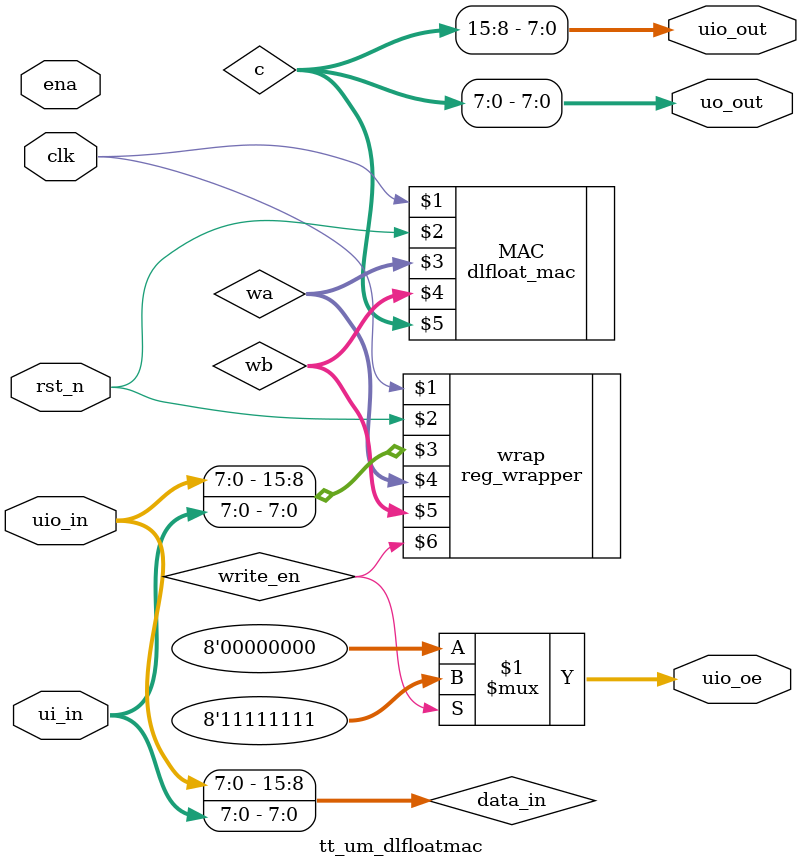
<source format=sv>
`timescale 1ns / 1ps


module tt_um_dlfloatmac (
    input  wire [7:0] ui_in,    // Dedicated inputs
    output wire [7:0] uo_out,   // Dedicated outputs
    input  wire [7:0] uio_in,   // IOs: Input path
    output wire [7:0] uio_out,  // IOs: Output path
    output wire [7:0] uio_oe,   // IOs: Enable path (active high: 0=input, 1=output)
    input  wire       ena,      // will go high when the design is enabled
    input  wire       clk,      // clock
    input  wire       rst_n     // reset_n - low to reset
);

wire [15:0]data_in;
wire [15:0] c;
wire [15:0]wa,wb;
wire write_en;


assign uio_oe = write_en?8'b11111111:8'b00000000;


assign data_in = {uio_in,ui_in};


reg_wrapper wrap(clk,rst_n,data_in,wa,wb,write_en);
dlfloat_mac MAC(clk,rst_n,wa,wb,c);


assign uio_out = c[15:8];
assign uo_out = c[7:0];
  // All output pins must be assigned. If not used, assign to 0.
  //assign uo_out  = ui_in + uio_in;  // Example: ou_out is the sum of ui_in and uio_in
  
endmodule


</source>
